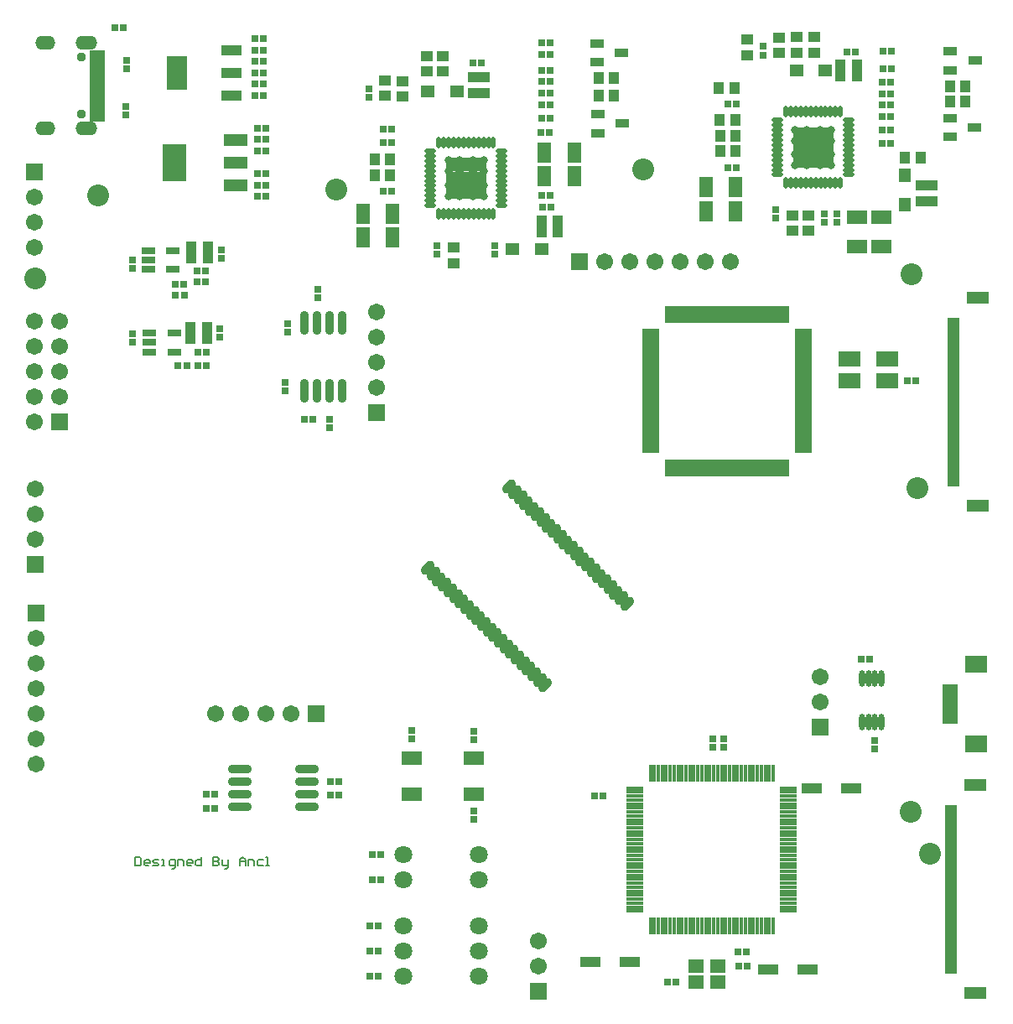
<source format=gts>
G04*
G04 #@! TF.GenerationSoftware,Altium Limited,Altium Designer,21.1.1 (26)*
G04*
G04 Layer_Color=8388736*
%FSLAX25Y25*%
%MOIN*%
G70*
G04*
G04 #@! TF.SameCoordinates,FB3CC9E6-9328-4A98-A2C4-C3437A6BD050*
G04*
G04*
G04 #@! TF.FilePolarity,Negative*
G04*
G01*
G75*
%ADD20C,0.00700*%
%ADD66C,0.08674*%
%ADD67R,0.04658X0.04461*%
%ADD68R,0.02762X0.02959*%
%ADD69R,0.06509X0.01587*%
%ADD70R,0.04740X0.01980*%
%ADD71R,0.04737X0.01981*%
%ADD72R,0.04737X0.01981*%
%ADD73R,0.04740X0.01980*%
%ADD74R,0.02959X0.02762*%
%ADD75R,0.07886X0.03950*%
%ADD76R,0.08674X0.05918*%
%ADD77O,0.03556X0.09461*%
%ADD78R,0.04146X0.08674*%
%ADD79R,0.05524X0.03162*%
%ADD80R,0.09300X0.14600*%
%ADD81R,0.09300X0.05100*%
%ADD82R,0.08083X0.13595*%
%ADD83R,0.08083X0.04343*%
%ADD84R,0.05721X0.03556*%
%ADD85R,0.04461X0.04658*%
%ADD86R,0.08674X0.04146*%
%ADD87R,0.04737X0.05721*%
%ADD88R,0.07887X0.05249*%
%ADD89R,0.05721X0.04737*%
%ADD90R,0.05249X0.07887*%
G04:AMPARAMS|DCode=91|XSize=54.06mil|YSize=54.06mil|CornerRadius=15.52mil|HoleSize=0mil|Usage=FLASHONLY|Rotation=0.000|XOffset=0mil|YOffset=0mil|HoleType=Round|Shape=RoundedRectangle|*
%AMROUNDEDRECTD91*
21,1,0.05406,0.02303,0,0,0.0*
21,1,0.02303,0.05406,0,0,0.0*
1,1,0.03103,0.01152,-0.01152*
1,1,0.03103,-0.01152,-0.01152*
1,1,0.03103,-0.01152,0.01152*
1,1,0.03103,0.01152,0.01152*
%
%ADD91ROUNDEDRECTD91*%
G04:AMPARAMS|DCode=92|XSize=47.37mil|YSize=17.45mil|CornerRadius=6.36mil|HoleSize=0mil|Usage=FLASHONLY|Rotation=0.000|XOffset=0mil|YOffset=0mil|HoleType=Round|Shape=RoundedRectangle|*
%AMROUNDEDRECTD92*
21,1,0.04737,0.00472,0,0,0.0*
21,1,0.03465,0.01745,0,0,0.0*
1,1,0.01272,0.01732,-0.00236*
1,1,0.01272,-0.01732,-0.00236*
1,1,0.01272,-0.01732,0.00236*
1,1,0.01272,0.01732,0.00236*
%
%ADD92ROUNDEDRECTD92*%
G04:AMPARAMS|DCode=93|XSize=17.45mil|YSize=47.37mil|CornerRadius=6.36mil|HoleSize=0mil|Usage=FLASHONLY|Rotation=0.000|XOffset=0mil|YOffset=0mil|HoleType=Round|Shape=RoundedRectangle|*
%AMROUNDEDRECTD93*
21,1,0.01745,0.03465,0,0,0.0*
21,1,0.00472,0.04737,0,0,0.0*
1,1,0.01272,0.00236,-0.01732*
1,1,0.01272,-0.00236,-0.01732*
1,1,0.01272,-0.00236,0.01732*
1,1,0.01272,0.00236,0.01732*
%
%ADD93ROUNDEDRECTD93*%
%ADD94R,0.04737X0.01981*%
%ADD95R,0.04737X0.01981*%
%ADD96R,0.08680X0.05130*%
G04:AMPARAMS|DCode=97|XSize=35.56mil|YSize=65.09mil|CornerRadius=0mil|HoleSize=0mil|Usage=FLASHONLY|Rotation=135.000|XOffset=0mil|YOffset=0mil|HoleType=Round|Shape=Round|*
%AMOVALD97*
21,1,0.02953,0.03556,0.00000,0.00000,225.0*
1,1,0.03556,0.01044,0.01044*
1,1,0.03556,-0.01044,-0.01044*
%
%ADD97OVALD97*%

%ADD98R,0.06607X0.01981*%
%ADD99R,0.01981X0.06607*%
%ADD100R,0.01587X0.06509*%
%ADD101O,0.09461X0.03556*%
%ADD102R,0.07887X0.05524*%
%ADD103O,0.02375X0.06497*%
%ADD104O,0.02375X0.06497*%
%ADD105R,0.06312X0.05328*%
%ADD106R,0.05918X0.01981*%
%ADD107R,0.05918X0.01981*%
%ADD108R,0.05918X0.01981*%
%ADD109R,0.05918X0.01981*%
%ADD110R,0.08680X0.06710*%
%ADD111C,0.06706*%
%ADD112R,0.06706X0.06706*%
%ADD113R,0.06706X0.06706*%
%ADD114C,0.03162*%
%ADD115C,0.07099*%
%ADD116O,0.08674X0.05524*%
%ADD117O,0.07887X0.05524*%
%ADD118C,0.03753*%
D20*
X46900Y59899D02*
Y56400D01*
X48649D01*
X49233Y56983D01*
Y59316D01*
X48649Y59899D01*
X46900D01*
X52148Y56400D02*
X50982D01*
X50399Y56983D01*
Y58149D01*
X50982Y58733D01*
X52148D01*
X52731Y58149D01*
Y57566D01*
X50399D01*
X53898Y56400D02*
X55647D01*
X56230Y56983D01*
X55647Y57566D01*
X54481D01*
X53898Y58149D01*
X54481Y58733D01*
X56230D01*
X57397Y56400D02*
X58563D01*
X57980D01*
Y58733D01*
X57397D01*
X61479Y55234D02*
X62062D01*
X62645Y55817D01*
Y58733D01*
X60896D01*
X60312Y58149D01*
Y56983D01*
X60896Y56400D01*
X62645D01*
X63811D02*
Y58733D01*
X65561D01*
X66144Y58149D01*
Y56400D01*
X69059D02*
X67893D01*
X67310Y56983D01*
Y58149D01*
X67893Y58733D01*
X69059D01*
X69643Y58149D01*
Y57566D01*
X67310D01*
X73141Y59899D02*
Y56400D01*
X71392D01*
X70809Y56983D01*
Y58149D01*
X71392Y58733D01*
X73141D01*
X77807Y59899D02*
Y56400D01*
X79556D01*
X80139Y56983D01*
Y57566D01*
X79556Y58149D01*
X77807D01*
X79556D01*
X80139Y58733D01*
Y59316D01*
X79556Y59899D01*
X77807D01*
X81306Y58733D02*
Y56983D01*
X81889Y56400D01*
X83638D01*
Y55817D01*
X83055Y55234D01*
X82472D01*
X83638Y56400D02*
Y58733D01*
X88303Y56400D02*
Y58733D01*
X89470Y59899D01*
X90636Y58733D01*
Y56400D01*
Y58149D01*
X88303D01*
X91802Y56400D02*
Y58733D01*
X93552D01*
X94135Y58149D01*
Y56400D01*
X97634Y58733D02*
X95884D01*
X95301Y58149D01*
Y56983D01*
X95884Y56400D01*
X97634D01*
X98800D02*
X99966D01*
X99383D01*
Y59899D01*
X98800D01*
D66*
X7000Y289900D02*
D03*
X32000Y322900D02*
D03*
X362800Y61200D02*
D03*
X355200Y77848D02*
D03*
X355500Y291500D02*
D03*
X357600Y206700D02*
D03*
X248600Y333300D02*
D03*
X126600Y325100D02*
D03*
D67*
X289974Y384732D02*
D03*
Y378668D02*
D03*
X302703Y379591D02*
D03*
Y385653D02*
D03*
X314400Y308869D02*
D03*
Y314932D02*
D03*
X308100Y308869D02*
D03*
Y314932D02*
D03*
X316803Y379659D02*
D03*
Y385722D02*
D03*
X309803Y379659D02*
D03*
Y385722D02*
D03*
X152987Y368249D02*
D03*
Y362186D02*
D03*
X173387Y295992D02*
D03*
Y302055D02*
D03*
X162887Y378155D02*
D03*
Y372092D02*
D03*
X169187Y378142D02*
D03*
Y372079D02*
D03*
X145987Y362455D02*
D03*
Y368518D02*
D03*
D68*
X286527Y22200D02*
D03*
X289873D02*
D03*
X232773Y84300D02*
D03*
X229427D02*
D03*
X353627Y249200D02*
D03*
X356973D02*
D03*
X117373Y233900D02*
D03*
X114027D02*
D03*
X71500Y293000D02*
D03*
X74847D02*
D03*
Y288400D02*
D03*
X71500D02*
D03*
X66246Y283100D02*
D03*
X62900D02*
D03*
X62827Y287600D02*
D03*
X66173D02*
D03*
X71700Y260660D02*
D03*
X75046D02*
D03*
X75046Y255300D02*
D03*
X71700D02*
D03*
X67247D02*
D03*
X63900D02*
D03*
X98873Y322400D02*
D03*
X95527D02*
D03*
X98873Y326900D02*
D03*
X95527D02*
D03*
X98873Y331400D02*
D03*
X95527D02*
D03*
X98664Y340600D02*
D03*
X95317D02*
D03*
X98664Y345115D02*
D03*
X95317D02*
D03*
X98664Y349600D02*
D03*
X95317D02*
D03*
X97773Y385200D02*
D03*
X94427D02*
D03*
X97746Y380700D02*
D03*
X94400D02*
D03*
X97773Y376200D02*
D03*
X94427D02*
D03*
X97746Y371600D02*
D03*
X94400D02*
D03*
X97773Y367100D02*
D03*
X94427D02*
D03*
X97746Y362600D02*
D03*
X94400D02*
D03*
X347073Y343400D02*
D03*
X343727D02*
D03*
X343754Y354287D02*
D03*
X347100D02*
D03*
X347000Y349000D02*
D03*
X343653D02*
D03*
X347100Y358790D02*
D03*
X343754D02*
D03*
X347100Y363287D02*
D03*
X343754D02*
D03*
X343953Y373187D02*
D03*
X347300D02*
D03*
X343754Y367887D02*
D03*
X347100D02*
D03*
X343953Y380387D02*
D03*
X347300D02*
D03*
X332976Y379791D02*
D03*
X329630D02*
D03*
X285776Y359191D02*
D03*
X282430D02*
D03*
X285803Y333991D02*
D03*
X282457D02*
D03*
X211860Y322810D02*
D03*
X208513D02*
D03*
X208608Y318310D02*
D03*
X211954D02*
D03*
X41973Y389400D02*
D03*
X38627D02*
D03*
X78428Y84794D02*
D03*
X75081D02*
D03*
X75027Y79300D02*
D03*
X78373D02*
D03*
X124481Y89794D02*
D03*
X127828D02*
D03*
X124528Y84495D02*
D03*
X127874D02*
D03*
X335254Y138700D02*
D03*
X338600D02*
D03*
X141085Y50841D02*
D03*
X144431D02*
D03*
X141031Y60941D02*
D03*
X144378D02*
D03*
X140154Y32700D02*
D03*
X143500D02*
D03*
X140127Y22600D02*
D03*
X143473D02*
D03*
X140053Y12500D02*
D03*
X143400D02*
D03*
X290000Y16660D02*
D03*
X286653D02*
D03*
X261800Y10260D02*
D03*
X258453D02*
D03*
X148760Y324497D02*
D03*
X145413D02*
D03*
X145475Y343994D02*
D03*
X148821D02*
D03*
Y349195D02*
D03*
X145475D02*
D03*
X211454Y347800D02*
D03*
X208107D02*
D03*
X211587Y353397D02*
D03*
X208240D02*
D03*
X208387Y358997D02*
D03*
X211733D02*
D03*
X211760Y363510D02*
D03*
X208413D02*
D03*
X211733Y368097D02*
D03*
X208387D02*
D03*
X208340Y372697D02*
D03*
X211687D02*
D03*
X208375Y378999D02*
D03*
X211721D02*
D03*
Y383499D02*
D03*
X208375D02*
D03*
X184260Y375510D02*
D03*
X180913D02*
D03*
D69*
X306400Y76273D02*
D03*
Y74698D02*
D03*
Y73124D02*
D03*
Y71549D02*
D03*
Y65250D02*
D03*
Y66824D02*
D03*
Y68399D02*
D03*
Y69974D02*
D03*
X245573Y79423D02*
D03*
Y80998D02*
D03*
Y82572D02*
D03*
Y87297D02*
D03*
Y85722D02*
D03*
Y84147D02*
D03*
Y77848D02*
D03*
Y76273D02*
D03*
Y74698D02*
D03*
Y73124D02*
D03*
Y71549D02*
D03*
Y69974D02*
D03*
Y68399D02*
D03*
Y66824D02*
D03*
Y65250D02*
D03*
Y63675D02*
D03*
Y62100D02*
D03*
Y60525D02*
D03*
Y58950D02*
D03*
Y57376D02*
D03*
Y55801D02*
D03*
Y54226D02*
D03*
Y52651D02*
D03*
Y51076D02*
D03*
Y49502D02*
D03*
Y47927D02*
D03*
Y46352D02*
D03*
Y44777D02*
D03*
Y43202D02*
D03*
Y41628D02*
D03*
Y40053D02*
D03*
Y38478D02*
D03*
X306400D02*
D03*
Y40053D02*
D03*
Y41628D02*
D03*
Y43202D02*
D03*
Y44777D02*
D03*
Y46352D02*
D03*
Y47927D02*
D03*
Y49502D02*
D03*
Y51076D02*
D03*
Y52651D02*
D03*
Y54226D02*
D03*
Y55801D02*
D03*
Y57376D02*
D03*
Y58950D02*
D03*
Y60525D02*
D03*
Y62100D02*
D03*
Y63675D02*
D03*
Y77848D02*
D03*
Y79423D02*
D03*
Y80998D02*
D03*
Y82572D02*
D03*
Y84147D02*
D03*
Y85722D02*
D03*
Y87297D02*
D03*
D70*
X371000Y52095D02*
D03*
Y48158D02*
D03*
Y46189D02*
D03*
X371980Y239814D02*
D03*
Y241783D02*
D03*
Y245721D02*
D03*
Y251625D02*
D03*
Y255562D02*
D03*
Y267373D02*
D03*
Y271310D02*
D03*
Y273279D02*
D03*
X371000Y58000D02*
D03*
Y61937D02*
D03*
Y73748D02*
D03*
Y77685D02*
D03*
Y79654D02*
D03*
D71*
Y38314D02*
D03*
Y40283D02*
D03*
X371979Y214221D02*
D03*
Y218161D02*
D03*
X371980Y222097D02*
D03*
Y224062D02*
D03*
Y226032D02*
D03*
Y228002D02*
D03*
Y229972D02*
D03*
Y231939D02*
D03*
Y233908D02*
D03*
X370999Y20596D02*
D03*
Y24536D02*
D03*
X371000Y28472D02*
D03*
Y30437D02*
D03*
Y32407D02*
D03*
Y34377D02*
D03*
Y36347D02*
D03*
D72*
Y42251D02*
D03*
Y44220D02*
D03*
X371979Y208316D02*
D03*
Y216191D02*
D03*
X371980Y235876D02*
D03*
Y237845D02*
D03*
X370999Y14691D02*
D03*
Y22566D02*
D03*
D73*
X371000Y50126D02*
D03*
X371980Y243751D02*
D03*
Y247688D02*
D03*
X371980Y249657D02*
D03*
Y253594D02*
D03*
Y257531D02*
D03*
X371980Y259499D02*
D03*
X371980Y261468D02*
D03*
X371980Y263436D02*
D03*
X371980Y265405D02*
D03*
X371980Y269342D02*
D03*
X371000Y54063D02*
D03*
X371000Y56032D02*
D03*
Y59969D02*
D03*
Y63906D02*
D03*
X371000Y65874D02*
D03*
X371000Y67843D02*
D03*
X371000Y69811D02*
D03*
X371000Y71780D02*
D03*
X371000Y75717D02*
D03*
D74*
X340900Y102954D02*
D03*
Y106300D02*
D03*
X119300Y282353D02*
D03*
Y285700D02*
D03*
X107500Y268700D02*
D03*
Y272046D02*
D03*
X106500Y245327D02*
D03*
Y248673D02*
D03*
X124200Y233973D02*
D03*
Y230627D02*
D03*
X80973Y298027D02*
D03*
Y301373D02*
D03*
X45673Y293927D02*
D03*
Y297273D02*
D03*
X45873Y267773D02*
D03*
Y264427D02*
D03*
X80573Y266467D02*
D03*
Y269813D02*
D03*
X320600Y312127D02*
D03*
Y315473D02*
D03*
X301403Y317237D02*
D03*
Y313891D02*
D03*
X325900Y312127D02*
D03*
Y315473D02*
D03*
X296403Y382064D02*
D03*
Y378717D02*
D03*
X276400Y106873D02*
D03*
Y103527D02*
D03*
X280900Y106873D02*
D03*
Y103527D02*
D03*
X181300Y74727D02*
D03*
Y78073D02*
D03*
X156900Y106827D02*
D03*
Y110173D02*
D03*
X181300Y106427D02*
D03*
Y109773D02*
D03*
X43200Y354727D02*
D03*
Y358073D02*
D03*
X43400Y376473D02*
D03*
Y373127D02*
D03*
X166887Y302884D02*
D03*
Y299537D02*
D03*
X189687Y299537D02*
D03*
Y302884D02*
D03*
X139687Y361737D02*
D03*
Y365084D02*
D03*
D75*
X243374Y18100D02*
D03*
X227626D02*
D03*
X298400Y15300D02*
D03*
X314148D02*
D03*
X331474Y87100D02*
D03*
X315726D02*
D03*
D76*
X330820Y257731D02*
D03*
X345780Y249069D02*
D03*
Y257731D02*
D03*
X330820Y249069D02*
D03*
D77*
X129200Y272086D02*
D03*
X124200D02*
D03*
X119200D02*
D03*
X114200D02*
D03*
X129200Y245314D02*
D03*
X124200D02*
D03*
X119200D02*
D03*
X114200D02*
D03*
D78*
X69106Y300100D02*
D03*
X75641D02*
D03*
X68706Y268100D02*
D03*
X75241D02*
D03*
X333671Y372391D02*
D03*
X327136D02*
D03*
X208319Y310410D02*
D03*
X214854D02*
D03*
D79*
X61895Y300940D02*
D03*
Y293460D02*
D03*
X52052D02*
D03*
Y297200D02*
D03*
Y300940D02*
D03*
X62394Y268140D02*
D03*
Y260660D02*
D03*
X52552D02*
D03*
Y264400D02*
D03*
Y268140D02*
D03*
D80*
X62500Y336050D02*
D03*
D81*
X86900Y345050D02*
D03*
Y336050D02*
D03*
Y326950D02*
D03*
D82*
X63255Y371600D02*
D03*
D83*
X85145Y380616D02*
D03*
Y371600D02*
D03*
Y362584D02*
D03*
D84*
X370782Y380131D02*
D03*
Y372650D02*
D03*
X380624Y376391D02*
D03*
X370682Y353631D02*
D03*
Y346150D02*
D03*
X380524Y349890D02*
D03*
X230365Y383350D02*
D03*
Y375870D02*
D03*
X240208Y379610D02*
D03*
X230665Y355150D02*
D03*
Y347670D02*
D03*
X240508Y351410D02*
D03*
D85*
X370672Y366381D02*
D03*
X376735D02*
D03*
X370672Y360181D02*
D03*
X376735D02*
D03*
X358931Y337800D02*
D03*
X352869D02*
D03*
X284935Y365491D02*
D03*
X278872D02*
D03*
X285266Y352890D02*
D03*
X279203D02*
D03*
X285335Y340390D02*
D03*
X279272D02*
D03*
Y346691D02*
D03*
X285335D02*
D03*
X141982Y337183D02*
D03*
X148045D02*
D03*
X237193Y362410D02*
D03*
X231130D02*
D03*
X237145Y369397D02*
D03*
X231082D02*
D03*
X148018Y330897D02*
D03*
X141955D02*
D03*
D86*
X361297Y320515D02*
D03*
Y327050D02*
D03*
X183387Y369964D02*
D03*
Y363429D02*
D03*
D87*
X352797Y330817D02*
D03*
Y319202D02*
D03*
D88*
X333676Y302534D02*
D03*
Y314266D02*
D03*
X343276Y302534D02*
D03*
Y314266D02*
D03*
D89*
X321210Y372491D02*
D03*
X309596D02*
D03*
X208294Y301597D02*
D03*
X196679D02*
D03*
X163080Y364197D02*
D03*
X174694D02*
D03*
D90*
X273637Y316690D02*
D03*
X285369D02*
D03*
X273637Y326190D02*
D03*
X285369D02*
D03*
X149053Y306210D02*
D03*
X137320D02*
D03*
X149053Y315710D02*
D03*
X137320D02*
D03*
X209521Y340010D02*
D03*
X221253D02*
D03*
X209521Y330410D02*
D03*
X221253D02*
D03*
D91*
X321697Y341897D02*
D03*
Y347290D02*
D03*
Y336503D02*
D03*
X310910Y341897D02*
D03*
Y347290D02*
D03*
Y336503D02*
D03*
X316303D02*
D03*
Y347290D02*
D03*
Y341897D02*
D03*
X183780Y329697D02*
D03*
Y335090D02*
D03*
Y324303D02*
D03*
X172993Y329697D02*
D03*
Y335090D02*
D03*
Y324303D02*
D03*
X178387D02*
D03*
Y335090D02*
D03*
Y329697D02*
D03*
D92*
X302130Y352724D02*
D03*
Y350755D02*
D03*
Y348787D02*
D03*
Y346818D02*
D03*
Y344850D02*
D03*
Y342881D02*
D03*
Y340913D02*
D03*
Y338944D02*
D03*
Y336976D02*
D03*
Y335007D02*
D03*
Y333039D02*
D03*
Y331070D02*
D03*
X330476D02*
D03*
Y333039D02*
D03*
Y335007D02*
D03*
Y336976D02*
D03*
Y338944D02*
D03*
Y340913D02*
D03*
Y342881D02*
D03*
Y344850D02*
D03*
Y346818D02*
D03*
Y348787D02*
D03*
Y350755D02*
D03*
Y352724D02*
D03*
X164213Y340524D02*
D03*
Y338555D02*
D03*
Y336587D02*
D03*
Y334618D02*
D03*
Y332650D02*
D03*
Y330681D02*
D03*
Y328713D02*
D03*
Y326744D02*
D03*
Y324776D02*
D03*
Y322807D02*
D03*
Y320839D02*
D03*
Y318870D02*
D03*
X192560D02*
D03*
Y320839D02*
D03*
Y322807D02*
D03*
Y324776D02*
D03*
Y326744D02*
D03*
Y328713D02*
D03*
Y330681D02*
D03*
Y332650D02*
D03*
Y334618D02*
D03*
Y336587D02*
D03*
Y338555D02*
D03*
Y340524D02*
D03*
D93*
X305476Y327724D02*
D03*
X307445D02*
D03*
X309413D02*
D03*
X311382D02*
D03*
X313350D02*
D03*
X315319D02*
D03*
X317287D02*
D03*
X319256D02*
D03*
X321224D02*
D03*
X323193D02*
D03*
X325161D02*
D03*
X327130D02*
D03*
Y356070D02*
D03*
X325161D02*
D03*
X323193D02*
D03*
X321224D02*
D03*
X319256D02*
D03*
X317287D02*
D03*
X315319D02*
D03*
X313350D02*
D03*
X311382D02*
D03*
X309413D02*
D03*
X307445D02*
D03*
X305476D02*
D03*
X167560Y315524D02*
D03*
X169528D02*
D03*
X171497D02*
D03*
X173465D02*
D03*
X175434D02*
D03*
X177402D02*
D03*
X179371D02*
D03*
X181339D02*
D03*
X183308D02*
D03*
X185276D02*
D03*
X187245D02*
D03*
X189213D02*
D03*
Y343870D02*
D03*
X187245D02*
D03*
X185276D02*
D03*
X183308D02*
D03*
X181339D02*
D03*
X179371D02*
D03*
X177402D02*
D03*
X175434D02*
D03*
X173465D02*
D03*
X171497D02*
D03*
X169528D02*
D03*
X167560D02*
D03*
D94*
X371979Y210281D02*
D03*
X370999Y16656D02*
D03*
D95*
X371979Y212251D02*
D03*
Y220131D02*
D03*
X370999Y18626D02*
D03*
Y26506D02*
D03*
D96*
X381821Y282134D02*
D03*
X381821Y199462D02*
D03*
X380841Y88509D02*
D03*
X380841Y5837D02*
D03*
D97*
X242318Y160500D02*
D03*
X240090Y162727D02*
D03*
X237863Y164954D02*
D03*
X235636Y167181D02*
D03*
X233409Y169408D02*
D03*
X231182Y171635D02*
D03*
X228955Y173862D02*
D03*
X226728Y176089D02*
D03*
X224501Y178316D02*
D03*
X222274Y180544D02*
D03*
X220046Y182771D02*
D03*
X217819Y184998D02*
D03*
X215592Y187225D02*
D03*
X213365Y189452D02*
D03*
X211138Y191679D02*
D03*
X208911Y193906D02*
D03*
X206684Y196133D02*
D03*
X204457Y198360D02*
D03*
X202230Y200588D02*
D03*
X200003Y202815D02*
D03*
X197775Y205042D02*
D03*
X195548Y207269D02*
D03*
X209885Y128067D02*
D03*
X207658Y130294D02*
D03*
X205431Y132522D02*
D03*
X203204Y134749D02*
D03*
X200977Y136976D02*
D03*
X198750Y139203D02*
D03*
X196523Y141430D02*
D03*
X194296Y143657D02*
D03*
X192069Y145884D02*
D03*
X189841Y148111D02*
D03*
X187614Y150338D02*
D03*
X185387Y152566D02*
D03*
X183160Y154793D02*
D03*
X180933Y157020D02*
D03*
X178706Y159247D02*
D03*
X176479Y161474D02*
D03*
X174252Y163701D02*
D03*
X172025Y165928D02*
D03*
X169797Y168155D02*
D03*
X167570Y170382D02*
D03*
X165343Y172609D02*
D03*
X163116Y174837D02*
D03*
D98*
X312565Y221478D02*
D03*
Y223446D02*
D03*
Y225415D02*
D03*
Y227383D02*
D03*
Y229352D02*
D03*
Y231321D02*
D03*
Y233289D02*
D03*
Y235258D02*
D03*
Y237226D02*
D03*
Y239194D02*
D03*
Y241163D02*
D03*
Y243131D02*
D03*
Y245100D02*
D03*
Y247069D02*
D03*
Y249037D02*
D03*
Y251006D02*
D03*
Y252974D02*
D03*
Y254942D02*
D03*
Y256911D02*
D03*
Y258879D02*
D03*
Y260848D02*
D03*
Y262817D02*
D03*
Y264785D02*
D03*
Y266754D02*
D03*
Y268722D02*
D03*
X251635D02*
D03*
Y266754D02*
D03*
Y264785D02*
D03*
Y262817D02*
D03*
Y260848D02*
D03*
Y258879D02*
D03*
Y256911D02*
D03*
Y254942D02*
D03*
Y252974D02*
D03*
Y251006D02*
D03*
Y249037D02*
D03*
Y247069D02*
D03*
Y245100D02*
D03*
Y243131D02*
D03*
Y241163D02*
D03*
Y239194D02*
D03*
Y237226D02*
D03*
Y235258D02*
D03*
Y233289D02*
D03*
Y231321D02*
D03*
Y229352D02*
D03*
Y227383D02*
D03*
Y225415D02*
D03*
Y223446D02*
D03*
Y221478D02*
D03*
D99*
X305722Y275565D02*
D03*
X303753D02*
D03*
X301785D02*
D03*
X299816D02*
D03*
X297848D02*
D03*
X295880D02*
D03*
X293911D02*
D03*
X291943D02*
D03*
X289974D02*
D03*
X288005D02*
D03*
X286037D02*
D03*
X284068D02*
D03*
X282100D02*
D03*
X280132D02*
D03*
X278163D02*
D03*
X276195D02*
D03*
X274226D02*
D03*
X272257D02*
D03*
X270289D02*
D03*
X268320D02*
D03*
X266352D02*
D03*
X264384D02*
D03*
X262415D02*
D03*
X260447D02*
D03*
X258478D02*
D03*
Y214635D02*
D03*
X260447D02*
D03*
X262415D02*
D03*
X264384D02*
D03*
X266352D02*
D03*
X268320D02*
D03*
X270289D02*
D03*
X272257D02*
D03*
X274226D02*
D03*
X276195D02*
D03*
X278163D02*
D03*
X280132D02*
D03*
X282100D02*
D03*
X284068D02*
D03*
X286037D02*
D03*
X288005D02*
D03*
X289974D02*
D03*
X291943D02*
D03*
X293911D02*
D03*
X295880D02*
D03*
X297848D02*
D03*
X299816D02*
D03*
X301785D02*
D03*
X303753D02*
D03*
X305722D02*
D03*
D100*
X272050Y93301D02*
D03*
X270475D02*
D03*
X268900D02*
D03*
X267325D02*
D03*
X251577Y32474D02*
D03*
X253152D02*
D03*
X254727D02*
D03*
X256302D02*
D03*
X257876D02*
D03*
X259451D02*
D03*
X261026D02*
D03*
X262601D02*
D03*
X264176D02*
D03*
X265750D02*
D03*
X267325D02*
D03*
X268900D02*
D03*
X270475D02*
D03*
X272050D02*
D03*
X273624D02*
D03*
X275199D02*
D03*
X276774D02*
D03*
X278349D02*
D03*
X279924D02*
D03*
X281498D02*
D03*
X283073D02*
D03*
X284648D02*
D03*
X286223D02*
D03*
X287798D02*
D03*
X289372D02*
D03*
X290947D02*
D03*
X292522D02*
D03*
X294097D02*
D03*
X295672D02*
D03*
X297247D02*
D03*
X298821D02*
D03*
X300396D02*
D03*
Y93301D02*
D03*
X298821D02*
D03*
X297247D02*
D03*
X295672D02*
D03*
X294097D02*
D03*
X292522D02*
D03*
X290947D02*
D03*
X289372D02*
D03*
X287798D02*
D03*
X286223D02*
D03*
X284648D02*
D03*
X283073D02*
D03*
X281498D02*
D03*
X279924D02*
D03*
X278349D02*
D03*
X276774D02*
D03*
X275199D02*
D03*
X273624D02*
D03*
X265750D02*
D03*
X264176D02*
D03*
X262601D02*
D03*
X261026D02*
D03*
X259451D02*
D03*
X257876D02*
D03*
X256302D02*
D03*
X254727D02*
D03*
X253152D02*
D03*
X251577D02*
D03*
D101*
X88442Y94794D02*
D03*
Y89794D02*
D03*
Y84794D02*
D03*
Y79795D02*
D03*
X115213Y94794D02*
D03*
Y89794D02*
D03*
Y84794D02*
D03*
Y79795D02*
D03*
D102*
X156895Y99383D02*
D03*
Y84816D02*
D03*
X181305Y99383D02*
D03*
Y84816D02*
D03*
D103*
X335759Y130761D02*
D03*
X338319D02*
D03*
X340880D02*
D03*
X343440D02*
D03*
X343439Y113439D02*
D03*
X338321Y113438D02*
D03*
X335762D02*
D03*
D104*
X340880Y113438D02*
D03*
D105*
X278431Y10310D02*
D03*
X269769Y16610D02*
D03*
Y10310D02*
D03*
X278431Y16610D02*
D03*
D106*
X31728Y353311D02*
D03*
X31728Y354492D02*
D03*
X31728Y357642D02*
D03*
X31732Y361580D02*
D03*
Y373390D02*
D03*
X31728Y375358D02*
D03*
Y376539D02*
D03*
X31728Y379689D02*
D03*
D107*
X31728Y356460D02*
D03*
X31728Y359610D02*
D03*
Y363547D02*
D03*
Y365516D02*
D03*
Y367484D02*
D03*
Y369453D02*
D03*
Y371421D02*
D03*
Y378508D02*
D03*
D108*
X370882Y113819D02*
D03*
X370882Y117756D02*
D03*
Y121693D02*
D03*
Y125630D02*
D03*
D109*
X370882Y115787D02*
D03*
Y119724D02*
D03*
Y123661D02*
D03*
X370882Y127598D02*
D03*
D110*
X380918Y136645D02*
D03*
Y104755D02*
D03*
D111*
X243500Y296600D02*
D03*
X233500D02*
D03*
X253500D02*
D03*
X263500D02*
D03*
X273500D02*
D03*
X283500D02*
D03*
X6900Y232800D02*
D03*
X16900Y242800D02*
D03*
X6900D02*
D03*
X16900Y252800D02*
D03*
X6900D02*
D03*
X16900Y262800D02*
D03*
X6900D02*
D03*
X16900Y272800D02*
D03*
X6900D02*
D03*
X142700Y276700D02*
D03*
Y266700D02*
D03*
Y256700D02*
D03*
Y246700D02*
D03*
X207000Y26600D02*
D03*
Y16600D02*
D03*
X7400Y136800D02*
D03*
Y146800D02*
D03*
Y126800D02*
D03*
Y116800D02*
D03*
Y106800D02*
D03*
Y96800D02*
D03*
X6800Y322200D02*
D03*
Y312200D02*
D03*
Y302200D02*
D03*
X319000Y121700D02*
D03*
Y131700D02*
D03*
X7100Y186300D02*
D03*
Y196300D02*
D03*
Y206300D02*
D03*
X78700Y116800D02*
D03*
X88700D02*
D03*
X98700D02*
D03*
X108700D02*
D03*
D112*
X223500Y296600D02*
D03*
X118700Y116800D02*
D03*
D113*
X16900Y232800D02*
D03*
X142700Y236700D02*
D03*
X207000Y6600D02*
D03*
X7400Y156800D02*
D03*
X6800Y332200D02*
D03*
X319000Y111700D02*
D03*
X7100Y176300D02*
D03*
D114*
X313606Y348984D02*
D03*
X319000D02*
D03*
X323390D02*
D03*
X309216D02*
D03*
X313606Y334810D02*
D03*
X319000D02*
D03*
X323390D02*
D03*
X309216D02*
D03*
Y339200D02*
D03*
X323390D02*
D03*
Y344594D02*
D03*
X309216D02*
D03*
X319000Y339200D02*
D03*
X313606D02*
D03*
Y344594D02*
D03*
X319000D02*
D03*
X175690Y336784D02*
D03*
X181084D02*
D03*
X185473D02*
D03*
X171300D02*
D03*
X175690Y322610D02*
D03*
X181084D02*
D03*
X185473D02*
D03*
X171300D02*
D03*
Y327000D02*
D03*
X185473D02*
D03*
Y332394D02*
D03*
X171300D02*
D03*
X181084Y327000D02*
D03*
X175690D02*
D03*
Y332394D02*
D03*
X181084D02*
D03*
D115*
X153500Y60800D02*
D03*
Y50800D02*
D03*
X183500D02*
D03*
Y60800D02*
D03*
Y32500D02*
D03*
Y22500D02*
D03*
Y12500D02*
D03*
X153500Y32500D02*
D03*
Y22500D02*
D03*
Y12500D02*
D03*
D116*
X27525Y383507D02*
D03*
X27525Y349492D02*
D03*
D117*
X11069Y349492D02*
D03*
X11068Y383508D02*
D03*
D118*
X25438Y355122D02*
D03*
Y377878D02*
D03*
M02*

</source>
